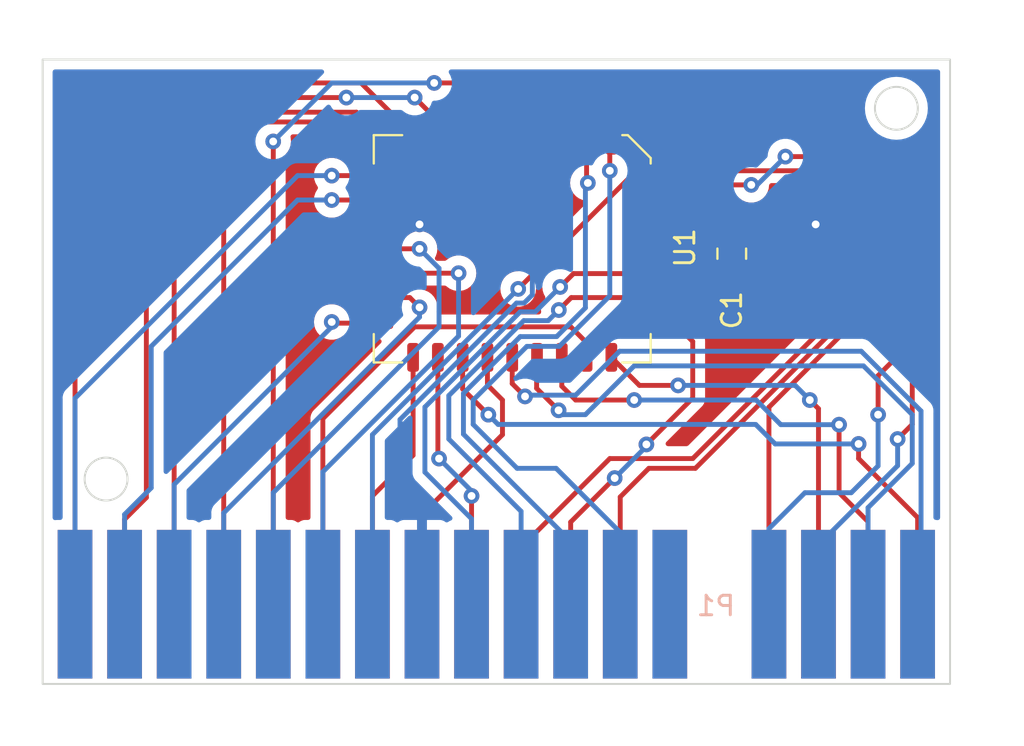
<source format=kicad_pcb>
(kicad_pcb (version 20211014) (generator pcbnew)
  (layers (0 "F.Cu" signal) (31 "B.Cu" signal) (34 "B.Paste" user) (35 "F.Paste" user) (36 "B.SilkS" user "B.Silkscreen") (37 "F.SilkS" user "F.Silkscreen") (38 "B.Mask" user) (39 "F.Mask" user) (44 "Edge.Cuts" user))
  (net 0 "")
  (net 1 "A10")
  (net 2 "A11")
  (net 3 "A8")
  (net 4 "A9")
  (net 5 "PA14")
  (net 6 "A4")
  (net 7 "PA15")
  (net 8 "A5")
  (net 11 "PA18")
  (net 12 "A7")
  (net 13 "PA17")
  (net 14 "A6")
  (net 15 "PA16")
  (net 16 "ROM_WR")
  (net 17 "EP_CE")
  (net 18 "ROM_RD")
  (net 19 "D7")
  (net 20 "A12")
  (net 21 "A13")
  (net 22 "D4")
  (net 23 "A3")
  (net 24 "D3")
  (net 25 "A2")
  (net 26 "D5")
  (net 27 "A1")
  (net 28 "D6")
  (net 29 "A0")
  (net 30 "D2")
  (net 31 "D0")
  (net 32 "D1")
  (net 33 "GND")
  (net 34 "VCC")
  (footprint "Capacitor_SMD:C_0805_2012Metric_Pad1.18x1.45mm_HandSolder" (layer "F.Cu") (at 60.5 34 90)
    (fp_text reference "C1" (at -2.9 0 90) (layer "F.SilkS"))
    (fp_text value "C_Small")
    (fp_line (start -0.261252 -0.735) (end 0.261252 -0.735) (layer "F.SilkS") (width 0.12))
    (fp_line (start -0.261252 0.735) (end 0.261252 0.735) (layer "F.SilkS") (width 0.12))
    (pad "1" smd roundrect (at -1.0375 0 90) (size 1.175 1.45) (layers "F.Cu" "F.Paste" "F.Mask") (roundrect_rratio 0.212766) (net 34 "VCC"))
    (pad "2" smd roundrect (at 1.0375 0 90) (size 1.175 1.45) (layers "F.Cu" "F.Paste" "F.Mask") (roundrect_rratio 0.212766) (net 33 "GND"))
  )
  (footprint "Package_LCC:PLCC-32_11.4x14.0mm_P1.27mm" (layer "F.Cu") (at 49.25 33.75 -90)
    (fp_text reference "U1" (at -0.05 -8.85 90) (layer "F.SilkS"))
    (fp_text value "SST39SF040")
    (fp_line (start 4.37 7.095) (end 5.825 7.095) (layer "F.SilkS") (width 0.12))
    (fp_line (start -5.825 -5.922782) (end -5.825 -5.64) (layer "F.SilkS") (width 0.12))
    (fp_line (start -4.37 -7.095) (end -4.652782 -7.095) (layer "F.SilkS") (width 0.12))
    (fp_line (start -5.825 7.095) (end -5.825 5.64) (layer "F.SilkS") (width 0.12))
    (fp_line (start 4.37 -7.095) (end 5.825 -7.095) (layer "F.SilkS") (width 0.12))
    (fp_line (start 5.825 -7.095) (end 5.825 -5.64) (layer "F.SilkS") (width 0.12))
    (fp_line (start -4.37 7.095) (end -5.825 7.095) (layer "F.SilkS") (width 0.12))
    (fp_line (start -4.652782 -7.095) (end -5.825 -5.922782) (layer "F.SilkS") (width 0.12))
    (fp_line (start 5.825 7.095) (end 5.825 5.64) (layer "F.SilkS") (width 0.12))
    (pad "1" smd roundrect (at 0 -6.8375 270) (size 0.6 1.475) (layers "F.Cu" "F.Paste" "F.Mask") (net 11 "PA18"))
    (pad "2" smd roundrect (at -1.27 -6.8375 270) (size 0.6 1.475) (layers "F.Cu" "F.Paste" "F.Mask") (net 15 "PA16"))
    (pad "3" smd roundrect (at -2.54 -6.8375 270) (size 0.6 1.475) (layers "F.Cu" "F.Paste" "F.Mask") (net 7 "PA15"))
    (pad "4" smd roundrect (at -3.81 -6.8375 270) (size 0.6 1.475) (layers "F.Cu" "F.Paste" "F.Mask") (net 20 "A12"))
    (pad "5" smd roundrect (at -5.5625 -5.08 270) (size 1.475 0.6) (layers "F.Cu" "F.Paste" "F.Mask") (net 12 "A7"))
    (pad "6" smd roundrect (at -5.5625 -3.81 270) (size 1.475 0.6) (layers "F.Cu" "F.Paste" "F.Mask") (net 14 "A6"))
    (pad "7" smd roundrect (at -5.5625 -2.54 270) (size 1.475 0.6) (layers "F.Cu" "F.Paste" "F.Mask") (net 8 "A5"))
    (pad "8" smd roundrect (at -5.5625 -1.27 270) (size 1.475 0.6) (layers "F.Cu" "F.Paste" "F.Mask") (net 6 "A4"))
    (pad "9" smd roundrect (at -5.5625 0 270) (size 1.475 0.6) (layers "F.Cu" "F.Paste" "F.Mask") (net 23 "A3"))
    (pad "10" smd roundrect (at -5.5625 1.27 270) (size 1.475 0.6) (layers "F.Cu" "F.Paste" "F.Mask") (net 25 "A2"))
    (pad "11" smd roundrect (at -5.5625 2.54 270) (size 1.475 0.6) (layers "F.Cu" "F.Paste" "F.Mask") (net 27 "A1"))
    (pad "12" smd roundrect (at -5.5625 3.81 270) (size 1.475 0.6) (layers "F.Cu" "F.Paste" "F.Mask") (net 29 "A0"))
    (pad "13" smd roundrect (at -5.5625 5.08 270) (size 1.475 0.6) (layers "F.Cu" "F.Paste" "F.Mask") (net 31 "D0"))
    (pad "14" smd roundrect (at -3.81 6.8375 270) (size 0.6 1.475) (layers "F.Cu" "F.Paste" "F.Mask") (net 32 "D1"))
    (pad "15" smd roundrect (at -2.54 6.8375 270) (size 0.6 1.475) (layers "F.Cu" "F.Paste" "F.Mask") (net 30 "D2"))
    (pad "16" smd roundrect (at -1.27 6.8375 270) (size 0.6 1.475) (layers "F.Cu" "F.Paste" "F.Mask") (net 33 "GND"))
    (pad "17" smd roundrect (at 0 6.8375 270) (size 0.6 1.475) (layers "F.Cu" "F.Paste" "F.Mask") (net 24 "D3"))
    (pad "18" smd roundrect (at 1.27 6.8375 270) (size 0.6 1.475) (layers "F.Cu" "F.Paste" "F.Mask") (net 22 "D4"))
    (pad "19" smd roundrect (at 2.54 6.8375 270) (size 0.6 1.475) (layers "F.Cu" "F.Paste" "F.Mask") (net 26 "D5"))
    (pad "20" smd roundrect (at 3.81 6.8375 270) (size 0.6 1.475) (layers "F.Cu" "F.Paste" "F.Mask") (net 28 "D6"))
    (pad "21" smd roundrect (at 5.5625 5.08 270) (size 1.475 0.6) (layers "F.Cu" "F.Paste" "F.Mask") (net 19 "D7"))
    (pad "22" smd roundrect (at 5.5625 3.81 270) (size 1.475 0.6) (layers "F.Cu" "F.Paste" "F.Mask") (net 17 "EP_CE"))
    (pad "23" smd roundrect (at 5.5625 2.54 270) (size 1.475 0.6) (layers "F.Cu" "F.Paste" "F.Mask") (net 1 "A10"))
    (pad "24" smd roundrect (at 5.5625 1.27 270) (size 1.475 0.6) (layers "F.Cu" "F.Paste" "F.Mask") (net 18 "ROM_RD"))
    (pad "25" smd roundrect (at 5.5625 0 270) (size 1.475 0.6) (layers "F.Cu" "F.Paste" "F.Mask") (net 2 "A11"))
    (pad "26" smd roundrect (at 5.5625 -1.27 270) (size 1.475 0.6) (layers "F.Cu" "F.Paste" "F.Mask") (net 4 "A9"))
    (pad "27" smd roundrect (at 5.5625 -2.54 270) (size 1.475 0.6) (layers "F.Cu" "F.Paste" "F.Mask") (net 3 "A8"))
    (pad "28" smd roundrect (at 5.5625 -3.81 270) (size 1.475 0.6) (layers "F.Cu" "F.Paste" "F.Mask") (net 21 "A13"))
    (pad "29" smd roundrect (at 5.5625 -5.08 270) (size 1.475 0.6) (layers "F.Cu" "F.Paste" "F.Mask") (net 5 "PA14"))
    (pad "30" smd roundrect (at 3.81 -6.8375 270) (size 0.6 1.475) (layers "F.Cu" "F.Paste" "F.Mask") (net 13 "PA17"))
    (pad "31" smd roundrect (at 2.54 -6.8375 270) (size 0.6 1.475) (layers "F.Cu" "F.Paste" "F.Mask") (net 16 "ROM_WR"))
    (pad "32" smd roundrect (at 1.27 -6.8375 270) (size 0.6 1.475) (layers "F.Cu" "F.Paste" "F.Mask") (net 34 "VCC"))
  )
  (footprint "Common:DAN_CART_BUS" (layer "B.Cu") (at 44.624915 51.965193 180)
    (fp_text reference "P1" (at -15.061481 -0.084807) (layer "B.SilkS") (effects (justify mirror)))
    (fp_text value "DAN_CART_EDGE" hide)
    (pad "1A" connect rect (at -25.4 0 180) (size 1.778 7.62) (layers "F.Cu" "F.Mask") (net 1 "A10"))
    (pad "1B" connect rect (at -25.4 0 180) (size 1.778 7.62) (layers "B.Cu" "B.Mask") (net 2 "A11"))
    (pad "2A" connect rect (at -22.86 0 180) (size 1.778 7.62) (layers "F.Cu" "F.Mask") (net 3 "A8"))
    (pad "2B" connect rect (at -22.86 0 180) (size 1.778 7.62) (layers "B.Cu" "B.Mask") (net 4 "A9"))
    (pad "3A" connect rect (at -20.32 0 180) (size 1.778 7.62) (layers "F.Cu" "F.Mask") (net 5 "PA14"))
    (pad "3B" connect rect (at -20.32 0 180) (size 1.778 7.62) (layers "B.Cu" "B.Mask") (net 6 "A4"))
    (pad "4A" connect rect (at -17.78 0 180) (size 1.778 7.62) (layers "F.Cu" "F.Mask") (net 7 "PA15"))
    (pad "4B" connect rect (at -17.78 0 180) (size 1.778 7.62) (layers "B.Cu" "B.Mask") (net 8 "A5"))
    (pad "6A" connect rect (at -12.7 0 180) (size 1.778 7.62) (layers "F.Cu" "F.Mask"))
    (pad "6B" connect rect (at -12.7 0 180) (size 1.778 7.62) (layers "B.Cu" "B.Mask"))
    (pad "7A" connect rect (at -10.16 0 180) (size 1.778 7.62) (layers "F.Cu" "F.Mask") (net 11 "PA18"))
    (pad "7B" connect rect (at -10.16 0 180) (size 1.778 7.62) (layers "B.Cu" "B.Mask") (net 12 "A7"))
    (pad "8A" connect rect (at -7.62 0 180) (size 1.778 7.62) (layers "F.Cu" "F.Mask") (net 13 "PA17"))
    (pad "8B" connect rect (at -7.62 0 180) (size 1.778 7.62) (layers "B.Cu" "B.Mask") (net 14 "A6"))
    (pad "9A" connect rect (at -5.08 0 180) (size 1.778 7.62) (layers "F.Cu" "F.Mask") (net 15 "PA16"))
    (pad "9B" connect rect (at -5.08 0 180) (size 1.778 7.62) (layers "B.Cu" "B.Mask") (net 16 "ROM_WR"))
    (pad "10A" connect rect (at -2.54 0 180) (size 1.778 7.62) (layers "F.Cu" "F.Mask") (net 17 "EP_CE"))
    (pad "10B" connect rect (at -2.54 0 180) (size 1.778 7.62) (layers "B.Cu" "B.Mask") (net 34 "VCC"))
    (pad "11A" connect rect (at 0 0 180) (size 1.778 7.62) (layers "F.Cu" "F.Mask") (net 18 "ROM_RD"))
    (pad "11B" connect rect (at 0 0 180) (size 1.778 7.62) (layers "B.Cu" "B.Mask") (net 33 "GND"))
    (pad "12A" connect rect (at 2.54 0 180) (size 1.778 7.62) (layers "F.Cu" "F.Mask") (net 19 "D7"))
    (pad "12B" connect rect (at 2.54 0 180) (size 1.778 7.62) (layers "B.Cu" "B.Mask") (net 20 "A12"))
    (pad "13A" connect rect (at 5.08 0 180) (size 1.778 7.62) (layers "F.Cu" "F.Mask") (net 21 "A13"))
    (pad "13B" connect rect (at 5.08 0 180) (size 1.778 7.62) (layers "B.Cu" "B.Mask") (net 22 "D4"))
    (pad "14A" connect rect (at 7.62 0 180) (size 1.778 7.62) (layers "F.Cu" "F.Mask") (net 23 "A3"))
    (pad "14B" connect rect (at 7.62 0 180) (size 1.778 7.62) (layers "B.Cu" "B.Mask") (net 24 "D3"))
    (pad "15A" connect rect (at 10.16 0 180) (size 1.778 7.62) (layers "F.Cu" "F.Mask") (net 25 "A2"))
    (pad "15B" connect rect (at 10.16 0 180) (size 1.778 7.62) (layers "B.Cu" "B.Mask") (net 26 "D5"))
    (pad "16A" connect rect (at 12.7 0 180) (size 1.778 7.62) (layers "F.Cu" "F.Mask") (net 27 "A1"))
    (pad "16B" connect rect (at 12.7 0 180) (size 1.778 7.62) (layers "B.Cu" "B.Mask") (net 28 "D6"))
    (pad "17A" connect rect (at 15.24 0 180) (size 1.778 7.62) (layers "F.Cu" "F.Mask") (net 29 "A0"))
    (pad "17B" connect rect (at 15.24 0 180) (size 1.778 7.62) (layers "B.Cu" "B.Mask") (net 30 "D2"))
    (pad "18A" connect rect (at 17.78 0 180) (size 1.778 7.62) (layers "F.Cu" "F.Mask") (net 31 "D0"))
    (pad "18B" connect rect (at 17.78 0 180) (size 1.778 7.62) (layers "B.Cu" "B.Mask") (net 32 "D1"))
  )
  (gr_circle (center 68.936396 26.55) (end 70.036396 26.55) (layer "Edge.Cuts") (width 0.1) (fill none))
  (gr_circle (center 28.436396 45.55) (end 29.536396 45.55) (layer "Edge.Cuts") (width 0.1) (fill none))
  (gr_rect (start 25.186396 24.05) (end 71.686396 56.05) (layer "Edge.Cuts") (width 0.1) (fill none))
  (segment (start 48.0255 42.25) (end 46.71 40.9345) (width 0.25) (layer "F.Cu") (net 1))
  (segment (start 70.024915 47.524915) (end 70.024915 51.965193) (width 0.25) (layer "F.Cu") (net 1))
  (segment (start 46.71 40.9345) (end 46.71 39.3125) (width 0.25) (layer "F.Cu") (net 1))
  (segment (start 67 43.75) (end 67 44.5) (width 0.25) (layer "F.Cu") (net 1))
  (segment (start 67 44.5) (end 70.024915 47.524915) (width 0.25) (layer "F.Cu") (net 1))
  (via (at 67 43.75) (size 0.8) (drill 0.4) (layers "F.Cu" "B.Cu") (net 1))
  (via (at 48.0255 42.25) (size 0.8) (drill 0.4) (layers "F.Cu" "B.Cu") (net 1))
  (segment (start 48.5255 42.75) (end 48.0255 42.25) (width 0.25) (layer "B.Cu") (net 1))
  (segment (start 62.724695 43.75) (end 61.724695 42.75) (width 0.25) (layer "B.Cu") (net 1))
  (segment (start 67 43.75) (end 62.724695 43.75) (width 0.25) (layer "B.Cu") (net 1))
  (segment (start 61.724695 42.75) (end 48.5255 42.75) (width 0.25) (layer "B.Cu") (net 1))
  (segment (start 49.906187 41.315575) (end 49.25 40.659388) (width 0.25) (layer "F.Cu") (net 2))
  (segment (start 49.25 40.659388) (end 49.25 39.3125) (width 0.25) (layer "F.Cu") (net 2))
  (via (at 49.906187 41.315575) (size 0.8) (drill 0.4) (layers "F.Cu" "B.Cu") (net 2))
  (segment (start 49.971762 41.25) (end 52.5 41.25) (width 0.25) (layer "B.Cu") (net 2))
  (segment (start 67.136396 39) (end 70.2 42.063604) (width 0.25) (layer "B.Cu") (net 2))
  (segment (start 70.2 42.063604) (end 70.2 51.790108) (width 0.25) (layer "B.Cu") (net 2))
  (segment (start 70.2 51.790108) (end 70.024915 51.965193) (width 0.25) (layer "B.Cu") (net 2))
  (segment (start 54.75 39) (end 67.136396 39) (width 0.25) (layer "B.Cu") (net 2))
  (segment (start 52.5 41.25) (end 54.75 39) (width 0.25) (layer "B.Cu") (net 2))
  (segment (start 49.906187 41.315575) (end 49.971762 41.25) (width 0.25) (layer "B.Cu") (net 2))
  (segment (start 51.79 40.79) (end 51.79 39.3125) (width 0.25) (layer "F.Cu") (net 3))
  (segment (start 66 42.762299) (end 66 46.25) (width 0.25) (layer "F.Cu") (net 3))
  (segment (start 55.5 41.5) (end 52.5 41.5) (width 0.25) (layer "F.Cu") (net 3))
  (segment (start 52.5 41.5) (end 51.79 40.79) (width 0.25) (layer "F.Cu") (net 3))
  (segment (start 66 46.25) (end 67.484915 47.734915) (width 0.25) (layer "F.Cu") (net 3))
  (segment (start 67.484915 47.734915) (end 67.484915 51.965193) (width 0.25) (layer "F.Cu") (net 3))
  (via (at 55.5 41.5) (size 0.8) (drill 0.4) (layers "F.Cu" "B.Cu") (net 3))
  (via (at 66 42.762299) (size 0.8) (drill 0.4) (layers "F.Cu" "B.Cu") (net 3))
  (segment (start 63.012299 42.762299) (end 61.75 41.5) (width 0.25) (layer "B.Cu") (net 3))
  (segment (start 61.75 41.5) (end 55.5 41.5) (width 0.25) (layer "B.Cu") (net 3))
  (segment (start 66 42.762299) (end 63.012299 42.762299) (width 0.25) (layer "B.Cu") (net 3))
  (segment (start 51.625 42.0255) (end 50.5 40.9005) (width 0.25) (layer "F.Cu") (net 4))
  (segment (start 50.5 40.9005) (end 50.5 39.3325) (width 0.25) (layer "F.Cu") (net 4))
  (segment (start 50.5 39.3325) (end 50.52 39.3125) (width 0.25) (layer "F.Cu") (net 4))
  (via (at 51.625 42.0255) (size 0.8) (drill 0.4) (layers "F.Cu" "B.Cu") (net 4))
  (segment (start 67.484915 47.015085) (end 67.484915 51.965193) (width 0.25) (layer "B.Cu") (net 4))
  (segment (start 53 42.25) (end 55.5 39.75) (width 0.25) (layer "B.Cu") (net 4))
  (segment (start 69.75 44.75) (end 67.484915 47.015085) (width 0.25) (layer "B.Cu") (net 4))
  (segment (start 55.5 39.75) (end 67.25 39.75) (width 0.25) (layer "B.Cu") (net 4))
  (segment (start 51.8495 42.25) (end 53 42.25) (width 0.25) (layer "B.Cu") (net 4))
  (segment (start 67.25 39.75) (end 69.75 42.25) (width 0.25) (layer "B.Cu") (net 4))
  (segment (start 51.625 42.0255) (end 51.8495 42.25) (width 0.25) (layer "B.Cu") (net 4))
  (segment (start 69.75 42.25) (end 69.75 44.75) (width 0.25) (layer "B.Cu") (net 4))
  (segment (start 64.944915 41.944915) (end 64.944915 51.965193) (width 0.25) (layer "F.Cu") (net 5))
  (segment (start 57.75 40.75) (end 55.7675 40.75) (width 0.25) (layer "F.Cu") (net 5))
  (segment (start 55.7675 40.75) (end 54.33 39.3125) (width 0.25) (layer "F.Cu") (net 5))
  (segment (start 64.5 41.5) (end 64.944915 41.944915) (width 0.25) (layer "F.Cu") (net 5))
  (via (at 64.5 41.5) (size 0.8) (drill 0.4) (layers "F.Cu" "B.Cu") (net 5))
  (via (at 57.75 40.75) (size 0.8) (drill 0.4) (layers "F.Cu" "B.Cu") (net 5))
  (segment (start 63.75 40.75) (end 57.75 40.75) (width 0.25) (layer "B.Cu") (net 5))
  (segment (start 64.5 41.5) (end 63.75 40.75) (width 0.25) (layer "B.Cu") (net 5))
  (segment (start 50.52 27.23) (end 50.52 28.1875) (width 0.25) (layer "F.Cu") (net 6))
  (segment (start 51.75 26) (end 50.52 27.23) (width 0.25) (layer "F.Cu") (net 6))
  (segment (start 69.75 31.75) (end 64 26) (width 0.25) (layer "F.Cu") (net 6))
  (segment (start 69.75 42.75) (end 69.75 31.75) (width 0.25) (layer "F.Cu") (net 6))
  (segment (start 64 26) (end 51.75 26) (width 0.25) (layer "F.Cu") (net 6))
  (segment (start 69 43.5) (end 69.75 42.75) (width 0.25) (layer "F.Cu") (net 6))
  (via (at 69 43.5) (size 0.8) (drill 0.4) (layers "F.Cu" "B.Cu") (net 6))
  (segment (start 64.944915 48.918689) (end 67.181802 46.681802) (width 0.25) (layer "B.Cu") (net 6))
  (segment (start 64.944915 51.965193) (end 64.944915 48.918689) (width 0.25) (layer "B.Cu") (net 6))
  (segment (start 67.181802 46.681802) (end 69 44.863604) (width 0.25) (layer "B.Cu") (net 6))
  (segment (start 69 44.863604) (end 69 43.5) (width 0.25) (layer "B.Cu") (net 6))
  (segment (start 68.339244 31.839244) (end 64.25 27.75) (width 0.25) (layer "F.Cu") (net 7))
  (segment (start 60.75 27.75) (end 57.29 31.21) (width 0.25) (layer "F.Cu") (net 7))
  (segment (start 57.29 31.21) (end 56.0875 31.21) (width 0.25) (layer "F.Cu") (net 7))
  (segment (start 62.404915 51.965193) (end 62.404915 41.867877) (width 0.25) (layer "F.Cu") (net 7))
  (segment (start 64.25 27.75) (end 60.75 27.75) (width 0.25) (layer "F.Cu") (net 7))
  (segment (start 62.404915 41.867877) (end 68.339244 35.933548) (width 0.25) (layer "F.Cu") (net 7))
  (segment (start 68.339244 35.933548) (end 68.339244 31.839244) (width 0.25) (layer "F.Cu") (net 7))
  (segment (start 64 26.75) (end 52.25 26.75) (width 0.25) (layer "F.Cu") (net 8))
  (segment (start 69 39.25) (end 69 31.75) (width 0.25) (layer "F.Cu") (net 8))
  (segment (start 68 40.25) (end 69 39.25) (width 0.25) (layer "F.Cu") (net 8))
  (segment (start 51.79 27.21) (end 51.79 28.1875) (width 0.25) (layer "F.Cu") (net 8))
  (segment (start 69 31.75) (end 64 26.75) (width 0.25) (layer "F.Cu") (net 8))
  (segment (start 68 42.25) (end 68 40.25) (width 0.25) (layer "F.Cu") (net 8))
  (segment (start 52.25 26.75) (end 51.79 27.21) (width 0.25) (layer "F.Cu") (net 8))
  (via (at 68 42.25) (size 0.8) (drill 0.4) (layers "F.Cu" "B.Cu") (net 8))
  (segment (start 64.25 46.25) (end 62.404915 48.095085) (width 0.25) (layer "B.Cu") (net 8))
  (segment (start 62.404915 48.095085) (end 62.404915 51.965193) (width 0.25) (layer "B.Cu") (net 8))
  (segment (start 68 44.875) (end 66.625 46.25) (width 0.25) (layer "B.Cu") (net 8))
  (segment (start 68 42.25) (end 68 44.875) (width 0.25) (layer "B.Cu") (net 8))
  (segment (start 66.625 46.25) (end 64.25 46.25) (width 0.25) (layer "B.Cu") (net 8))
  (segment (start 67.75 32) (end 64.7755 29.0255) (width 0.25) (layer "F.Cu") (net 11))
  (segment (start 56.25 45) (end 58.636396 45) (width 0.25) (layer "F.Cu") (net 11))
  (segment (start 64.7755 29.0255) (end 63.25 29.0255) (width 0.25) (layer "F.Cu") (net 11))
  (segment (start 54.784915 51.965193) (end 54.784915 46.465085) (width 0.25) (layer "F.Cu") (net 11))
  (segment (start 54.784915 46.465085) (end 56.25 45) (width 0.25) (layer "F.Cu") (net 11))
  (segment (start 61.5 30.4745) (end 60.0255 30.4745) (width 0.25) (layer "F.Cu") (net 11))
  (segment (start 56.75 33.75) (end 56.0875 33.75) (width 0.25) (layer "F.Cu") (net 11))
  (segment (start 58.636396 45) (end 67.75 35.886396) (width 0.25) (layer "F.Cu") (net 11))
  (segment (start 60.0255 30.4745) (end 56.75 33.75) (width 0.25) (layer "F.Cu") (net 11))
  (segment (start 67.75 35.886396) (end 67.75 32) (width 0.25) (layer "F.Cu") (net 11))
  (via (at 61.5 30.4745) (size 0.8) (drill 0.4) (layers "F.Cu" "B.Cu") (net 11))
  (via (at 63.25 29.0255) (size 0.8) (drill 0.4) (layers "F.Cu" "B.Cu") (net 11))
  (segment (start 61.801 30.4745) (end 63.25 29.0255) (width 0.25) (layer "B.Cu") (net 11))
  (segment (start 61.5 30.4745) (end 61.801 30.4745) (width 0.25) (layer "B.Cu") (net 11))
  (segment (start 54.25 28.2675) (end 54.33 28.1875) (width 0.25) (layer "F.Cu") (net 12))
  (segment (start 54.25 29.75) (end 54.25 28.2675) (width 0.25) (layer "F.Cu") (net 12))
  (via (at 54.25 29.75) (size 0.8) (drill 0.4) (layers "F.Cu" "B.Cu") (net 12))
  (segment (start 50 38.75) (end 51.661701 38.75) (width 0.25) (layer "B.Cu") (net 12))
  (segment (start 54.784915 51.965193) (end 54.784915 48.284915) (width 0.25) (layer "B.Cu") (net 12))
  (segment (start 47.25 42.75) (end 47.25 41.5) (width 0.25) (layer "B.Cu") (net 12))
  (segment (start 49.5 45) (end 47.25 42.75) (width 0.25) (layer "B.Cu") (net 12))
  (segment (start 47.25 41.5) (end 50 38.75) (width 0.25) (layer "B.Cu") (net 12))
  (segment (start 51.5 45) (end 49.5 45) (width 0.25) (layer "B.Cu") (net 12))
  (segment (start 54.784915 48.284915) (end 51.5 45) (width 0.25) (layer "B.Cu") (net 12))
  (segment (start 54.25 36.161701) (end 54.25 29.75) (width 0.25) (layer "B.Cu") (net 12))
  (segment (start 51.661701 38.75) (end 54.25 36.161701) (width 0.25) (layer "B.Cu") (net 12))
  (segment (start 54.5 45.5) (end 52.244915 47.755085) (width 0.25) (layer "F.Cu") (net 13))
  (segment (start 58.5 41.4005) (end 58.5 38.5) (width 0.25) (layer "F.Cu") (net 13))
  (segment (start 58.5 38.5) (end 57.56 37.56) (width 0.25) (layer "F.Cu") (net 13))
  (segment (start 52.244915 47.755085) (end 52.244915 51.965193) (width 0.25) (layer "F.Cu") (net 13))
  (segment (start 57.56 37.56) (end 56.0875 37.56) (width 0.25) (layer "F.Cu") (net 13))
  (segment (start 56.125 43.7755) (end 58.5 41.4005) (width 0.25) (layer "F.Cu") (net 13))
  (via (at 54.5 45.5) (size 0.8) (drill 0.4) (layers "F.Cu" "B.Cu") (net 13))
  (via (at 56.125 43.7755) (size 0.8) (drill 0.4) (layers "F.Cu" "B.Cu") (net 13))
  (segment (start 56.125 43.7755) (end 56.125 43.875) (width 0.25) (layer "B.Cu") (net 13))
  (segment (start 56.125 43.875) (end 54.5 45.5) (width 0.25) (layer "B.Cu") (net 13))
  (segment (start 53.06 30.31) (end 53.06 28.1875) (width 0.25) (layer "F.Cu") (net 14))
  (segment (start 53.125 30.375) (end 53.06 30.31) (width 0.25) (layer "F.Cu") (net 14))
  (via (at 53.125 30.375) (size 0.8) (drill 0.4) (layers "F.Cu" "B.Cu") (net 14))
  (segment (start 53 30.5) (end 53 36.775305) (width 0.25) (layer "B.Cu") (net 14))
  (segment (start 52.244915 48.744915) (end 52.244915 51.965193) (width 0.25) (layer "B.Cu") (net 14))
  (segment (start 53 36.775305) (end 51.525305 38.25) (width 0.25) (layer "B.Cu") (net 14))
  (segment (start 49.659188 38.25) (end 46.75 41.159188) (width 0.25) (layer "B.Cu") (net 14))
  (segment (start 53.125 30.375) (end 53 30.5) (width 0.25) (layer "B.Cu") (net 14))
  (segment (start 46.75 41.159188) (end 46.75 43.25) (width 0.25) (layer "B.Cu") (net 14))
  (segment (start 46.75 43.25) (end 52.244915 48.744915) (width 0.25) (layer "B.Cu") (net 14))
  (segment (start 51.525305 38.25) (end 49.659188 38.25) (width 0.25) (layer "B.Cu") (net 14))
  (segment (start 49.704915 51.965193) (end 49.704915 49.044193) (width 0.25) (layer "F.Cu") (net 15))
  (segment (start 49.704915 49.044193) (end 54.249108 44.5) (width 0.25) (layer "F.Cu") (net 15))
  (segment (start 54.249108 44.5) (end 58.5 44.5) (width 0.25) (layer "F.Cu") (net 15))
  (segment (start 67 36) (end 67 32) (width 0.25) (layer "F.Cu") (net 15))
  (segment (start 64.75 29.75) (end 59.75 29.75) (width 0.25) (layer "F.Cu") (net 15))
  (segment (start 59.75 29.75) (end 57.02 32.48) (width 0.25) (layer "F.Cu") (net 15))
  (segment (start 67 32) (end 64.75 29.75) (width 0.25) (layer "F.Cu") (net 15))
  (segment (start 57.02 32.48) (end 56.0875 32.48) (width 0.25) (layer "F.Cu") (net 15))
  (segment (start 58.5 44.5) (end 67 36) (width 0.25) (layer "F.Cu") (net 15))
  (segment (start 51.637299 36.887299) (end 52.274598 36.25) (width 0.25) (layer "F.Cu") (net 16))
  (segment (start 56.0475 36.25) (end 56.0875 36.29) (width 0.25) (layer "F.Cu") (net 16))
  (segment (start 52.274598 36.25) (end 56.0475 36.25) (width 0.25) (layer "F.Cu") (net 16))
  (via (at 51.637299 36.887299) (size 0.8) (drill 0.4) (layers "F.Cu" "B.Cu") (net 16))
  (segment (start 51.093699 37.430899) (end 49.841893 37.430899) (width 0.25) (layer "B.Cu") (net 16))
  (segment (start 46 41.272792) (end 46 43.5) (width 0.25) (layer "B.Cu") (net 16))
  (segment (start 49.841893 37.430899) (end 46 41.272792) (width 0.25) (layer "B.Cu") (net 16))
  (segment (start 51.637299 36.887299) (end 51.093699 37.430899) (width 0.25) (layer "B.Cu") (net 16))
  (segment (start 49.704915 47.204915) (end 49.704915 51.965193) (width 0.25) (layer "B.Cu") (net 16))
  (segment (start 46 43.5) (end 49.704915 47.204915) (width 0.25) (layer "B.Cu") (net 16))
  (segment (start 47.164915 46.414915) (end 47.164915 51.965193) (width 0.25) (layer "F.Cu") (net 17))
  (segment (start 45.5 44.5) (end 45.44 44.44) (width 0.25) (layer "F.Cu") (net 17))
  (segment (start 45.44 44.44) (end 45.44 39.3125) (width 0.25) (layer "F.Cu") (net 17))
  (via (at 47.164915 46.414915) (size 0.8) (drill 0.4) (layers "F.Cu" "B.Cu") (net 17))
  (via (at 45.5 44.5) (size 0.8) (drill 0.4) (layers "F.Cu" "B.Cu") (net 17))
  (segment (start 47.164915 46.164915) (end 45.5 44.5) (width 0.25) (layer "B.Cu") (net 17))
  (segment (start 47.164915 46.414915) (end 47.164915 46.164915) (width 0.25) (layer "B.Cu") (net 17))
  (segment (start 44.624915 47.375085) (end 48.275 43.725) (width 0.25) (layer "F.Cu") (net 18))
  (segment (start 47.98 40.73) (end 47.98 39.3125) (width 0.25) (layer "F.Cu") (net 18))
  (segment (start 48.75 41.5) (end 47.98 40.73) (width 0.25) (layer "F.Cu") (net 18))
  (segment (start 48.300305 43.725) (end 48.75 43.275305) (width 0.25) (layer "F.Cu") (net 18))
  (segment (start 48.75 43.275305) (end 48.75 41.5) (width 0.25) (layer "F.Cu") (net 18))
  (segment (start 44.624915 51.965193) (end 44.624915 47.375085) (width 0.25) (layer "F.Cu") (net 18))
  (segment (start 42.084915 46.415085) (end 44.17 44.33) (width 0.25) (layer "F.Cu") (net 19))
  (segment (start 42.084915 51.965193) (end 42.084915 46.415085) (width 0.25) (layer "F.Cu") (net 19))
  (segment (start 44.17 44.33) (end 44.17 39.3125) (width 0.25) (layer "F.Cu") (net 19))
  (segment (start 49.555899 35.805899) (end 55.421798 29.94) (width 0.25) (layer "F.Cu") (net 20))
  (segment (start 55.421798 29.94) (end 56.0875 29.94) (width 0.25) (layer "F.Cu") (net 20))
  (via (at 49.555899 35.805899) (size 0.8) (drill 0.4) (layers "F.Cu" "B.Cu") (net 20))
  (segment (start 42.084915 43.276883) (end 42.084915 51.965193) (width 0.25) (layer "B.Cu") (net 20))
  (segment (start 49.555899 35.805899) (end 42.084915 43.276883) (width 0.25) (layer "B.Cu") (net 20))
  (segment (start 52.25 37.75) (end 53.06 38.56) (width 0.25) (layer "F.Cu") (net 21))
  (segment (start 44.25 37.75) (end 52.25 37.75) (width 0.25) (layer "F.Cu") (net 21))
  (segment (start 39.544915 42.455085) (end 44.25 37.75) (width 0.25) (layer "F.Cu") (net 21))
  (segment (start 39.544915 51.965193) (end 39.544915 42.455085) (width 0.25) (layer "F.Cu") (net 21))
  (segment (start 53.06 38.56) (end 53.06 39.3125) (width 0.25) (layer "F.Cu") (net 21))
  (segment (start 46.5 35) (end 42.4325 35) (width 0.25) (layer "F.Cu") (net 22))
  (segment (start 42.4325 35) (end 42.4125 35.02) (width 0.25) (layer "F.Cu") (net 22))
  (via (at 46.5 35) (size 0.8) (drill 0.4) (layers "F.Cu" "B.Cu") (net 22))
  (segment (start 39.544915 45.180487) (end 46.5 38.225402) (width 0.25) (layer "B.Cu") (net 22))
  (segment (start 46.5 38.225402) (end 46.5 35) (width 0.25) (layer "B.Cu") (net 22))
  (segment (start 39.544915 51.965193) (end 39.544915 45.180487) (width 0.25) (layer "B.Cu") (net 22))
  (segment (start 37.004915 51.965193) (end 37.004915 28.254915) (width 0.25) (layer "F.Cu") (net 23))
  (segment (start 49.25 27.5) (end 49.25 28.1875) (width 0.25) (layer "F.Cu") (net 23))
  (segment (start 47 25.25) (end 49.25 27.5) (width 0.25) (layer "F.Cu") (net 23))
  (segment (start 45.25 25.25) (end 47 25.25) (width 0.25) (layer "F.Cu") (net 23))
  (segment (start 37.004915 28.254915) (end 37 28.25) (width 0.25) (layer "F.Cu") (net 23))
  (via (at 37 28.25) (size 0.8) (drill 0.4) (layers "F.Cu" "B.Cu") (net 23))
  (via (at 45.25 25.25) (size 0.8) (drill 0.4) (layers "F.Cu" "B.Cu") (net 23))
  (segment (start 37 28.25) (end 40 25.25) (width 0.25) (layer "B.Cu") (net 23))
  (segment (start 40 25.25) (end 45.25 25.25) (width 0.25) (layer "B.Cu") (net 23))
  (segment (start 44.5 33.75) (end 42.4125 33.75) (width 0.25) (layer "F.Cu") (net 24))
  (via (at 44.5 33.75) (size 0.8) (drill 0.4) (layers "F.Cu" "B.Cu") (net 24))
  (segment (start 37.004915 51.965193) (end 37.004915 46.245085) (width 0.25) (layer "B.Cu") (net 24))
  (segment (start 45.5 34.75) (end 44.5 33.75) (width 0.25) (layer "B.Cu") (net 24))
  (segment (start 37.004915 46.245085) (end 45.5 37.75) (width 0.25) (layer "B.Cu") (net 24))
  (segment (start 45.5 37.75) (end 45.5 34.75) (width 0.25) (layer "B.Cu") (net 24))
  (segment (start 41.131751 27.25) (end 44.081751 30.2) (width 0.25) (layer "F.Cu") (net 25))
  (segment (start 47.98 29.02) (end 47.98 28.1875) (width 0.25) (layer "F.Cu") (net 25))
  (segment (start 34.464915 51.965193) (end 34.464915 27.785085) (width 0.25) (layer "F.Cu") (net 25))
  (segment (start 46.8 30.2) (end 47.98 29.02) (width 0.25) (layer "F.Cu") (net 25))
  (segment (start 44.081751 30.2) (end 46.8 30.2) (width 0.25) (layer "F.Cu") (net 25))
  (segment (start 35 27.25) (end 41.131751 27.25) (width 0.25) (layer "F.Cu") (net 25))
  (segment (start 34.464915 27.785085) (end 35 27.25) (width 0.25) (layer "F.Cu") (net 25))
  (segment (start 44.5 36.75) (end 44 36.25) (width 0.25) (layer "F.Cu") (net 26))
  (segment (start 44 36.25) (end 42.4525 36.25) (width 0.25) (layer "F.Cu") (net 26))
  (segment (start 42.4525 36.25) (end 42.4125 36.29) (width 0.25) (layer "F.Cu") (net 26))
  (via (at 44.5 36.75) (size 0.8) (drill 0.4) (layers "F.Cu" "B.Cu") (net 26))
  (segment (start 44.5 36.75) (end 44.5 37.25) (width 0.25) (layer "B.Cu") (net 26))
  (segment (start 44.5 37.25) (end 34.464915 47.285085) (width 0.25) (layer "B.Cu") (net 26))
  (segment (start 34.464915 47.285085) (end 34.464915 51.965193) (width 0.25) (layer "B.Cu") (net 26))
  (segment (start 31.924915 28.075085) (end 33.25 26.75) (width 0.25) (layer "F.Cu") (net 27))
  (segment (start 44.268147 29.75) (end 45.75 29.75) (width 0.25) (layer "F.Cu") (net 27))
  (segment (start 45.75 29.75) (end 46.71 28.79) (width 0.25) (layer "F.Cu") (net 27))
  (segment (start 41.268147 26.75) (end 44.268147 29.75) (width 0.25) (layer "F.Cu") (net 27))
  (segment (start 33.25 26.75) (end 41.268147 26.75) (width 0.25) (layer "F.Cu") (net 27))
  (segment (start 31.924915 51.965193) (end 31.924915 28.075085) (width 0.25) (layer "F.Cu") (net 27))
  (segment (start 46.71 28.79) (end 46.71 28.1875) (width 0.25) (layer "F.Cu") (net 27))
  (segment (start 40 37.5) (end 40.06 37.56) (width 0.25) (layer "F.Cu") (net 28))
  (segment (start 40.06 37.56) (end 42.4125 37.56) (width 0.25) (layer "F.Cu") (net 28))
  (via (at 40 37.5) (size 0.8) (drill 0.4) (layers "F.Cu" "B.Cu") (net 28))
  (segment (start 40 37.5) (end 40 37.75) (width 0.25) (layer "B.Cu") (net 28))
  (segment (start 31.924915 45.825085) (end 31.924915 51.965193) (width 0.25) (layer "B.Cu") (net 28))
  (segment (start 40 37.75) (end 31.924915 45.825085) (width 0.25) (layer "B.Cu") (net 28))
  (segment (start 45.44 27.19) (end 45.44 28.1875) (width 0.25) (layer "F.Cu") (net 29))
  (segment (start 30 47) (end 30.5 46.5) (width 0.25) (layer "F.Cu") (net 29))
  (segment (start 29.384915 47.615085) (end 30 47) (width 0.25) (layer "F.Cu") (net 29))
  (segment (start 30.5 30) (end 30.5 28) (width 0.25) (layer "F.Cu") (net 29))
  (segment (start 33.25 26) (end 40.75 26) (width 0.25) (layer "F.Cu") (net 29))
  (segment (start 44.25 26) (end 45.44 27.19) (width 0.25) (layer "F.Cu") (net 29))
  (segment (start 30.5 28) (end 32.5 26) (width 0.25) (layer "F.Cu") (net 29))
  (segment (start 32.5 26) (end 33.25 26) (width 0.25) (layer "F.Cu") (net 29))
  (segment (start 29.384915 51.965193) (end 29.384915 47.615085) (width 0.25) (layer "F.Cu") (net 29))
  (segment (start 30.5 46.5) (end 30.5 30) (width 0.25) (layer "F.Cu") (net 29))
  (via (at 40.75 26) (size 0.8) (drill 0.4) (layers "F.Cu" "B.Cu") (net 29))
  (via (at 44.25 26) (size 0.8) (drill 0.4) (layers "F.Cu" "B.Cu") (net 29))
  (segment (start 40.75 26) (end 44.25 26) (width 0.25) (layer "B.Cu") (net 29))
  (segment (start 40 31.25) (end 42.3725 31.25) (width 0.25) (layer "F.Cu") (net 30))
  (segment (start 42.3725 31.25) (end 42.4125 31.21) (width 0.25) (layer "F.Cu") (net 30))
  (via (at 40 31.25) (size 0.8) (drill 0.4) (layers "F.Cu" "B.Cu") (net 30))
  (segment (start 29.384915 47.365085) (end 30.75 46) (width 0.25) (layer "B.Cu") (net 30))
  (segment (start 30.75 46) (end 30.75 38.75) (width 0.25) (layer "B.Cu") (net 30))
  (segment (start 30.75 38.75) (end 38.25 31.25) (width 0.25) (layer "B.Cu") (net 30))
  (segment (start 38.25 31.25) (end 40 31.25) (width 0.25) (layer "B.Cu") (net 30))
  (segment (start 29.384915 51.965193) (end 29.384915 47.365085) (width 0.25) (layer "B.Cu") (net 30))
  (segment (start 44.17 27.92) (end 44.17 28.1875) (width 0.25) (layer "F.Cu") (net 31))
  (segment (start 32.25 25.25) (end 41.5 25.25) (width 0.25) (layer "F.Cu") (net 31))
  (segment (start 26.844915 51.965193) (end 26.844915 30.655085) (width 0.25) (layer "F.Cu") (net 31))
  (segment (start 26.844915 30.655085) (end 32.25 25.25) (width 0.25) (layer "F.Cu") (net 31))
  (segment (start 41.5 25.25) (end 44.17 27.92) (width 0.25) (layer "F.Cu") (net 31))
  (segment (start 42.3525 30) (end 42.4125 29.94) (width 0.25) (layer "F.Cu") (net 32))
  (segment (start 40 30) (end 42.3525 30) (width 0.25) (layer "F.Cu") (net 32))
  (via (at 40 30) (size 0.8) (drill 0.4) (layers "F.Cu" "B.Cu") (net 32))
  (segment (start 26.844915 51.965193) (end 26.844915 41.405085) (width 0.25) (layer "B.Cu") (net 32))
  (segment (start 26.844915 41.405085) (end 38.25 30) (width 0.25) (layer "B.Cu") (net 32))
  (segment (start 38.25 30) (end 40 30) (width 0.25) (layer "B.Cu") (net 32))
  (segment (start 42.4325 32.5) (end 42.4125 32.48) (width 0.25) (layer "F.Cu") (net 33))
  (segment (start 44.5 32.5) (end 42.4325 32.5) (width 0.25) (layer "F.Cu") (net 33))
  (via (at 44.5 32.5) (size 0.8) (drill 0.4) (layers "F.Cu" "B.Cu") (net 33))
  (via (at 64.8 32.5) (size 0.8) (drill 0.4) (layers "F.Cu" "B.Cu") (net 33))
  (segment (start 49.856204 36.530899) (end 50.280899 36.106204) (width 0.25) (layer "B.Cu") (net 33))
  (segment (start 43.5 42.5) (end 49.469101 36.530899) (width 0.25) (layer "B.Cu") (net 33))
  (segment (start 50.280899 36.106204) (end 50.280899 35.030899) (width 0.25) (layer "B.Cu") (net 33))
  (segment (start 44.624915 46.874915) (end 43.5 45.75) (width 0.25) (layer "B.Cu") (net 33))
  (segment (start 50.280899 35.030899) (end 47.75 32.5) (width 0.25) (layer "B.Cu") (net 33))
  (segment (start 44.624915 51.965193) (end 44.624915 46.874915) (width 0.25) (layer "B.Cu") (net 33))
  (segment (start 49.469101 36.530899) (end 49.856204 36.530899) (width 0.25) (layer "B.Cu") (net 33))
  (segment (start 43.5 45.75) (end 43.5 42.5) (width 0.25) (layer "B.Cu") (net 33))
  (segment (start 47.75 32.5) (end 44.5 32.5) (width 0.25) (layer "B.Cu") (net 33))
  (segment (start 58.7125 35.0375) (end 60.5 35.0375) (width 0.25) (layer "F.Cu") (net 34))
  (segment (start 56.0875 35.02) (end 58.695 35.02) (width 0.25) (layer "F.Cu") (net 34))
  (segment (start 51.705497 35.705497) (end 52.390994 35.02) (width 0.25) (layer "F.Cu") (net 34))
  (segment (start 58.695 35.02) (end 58.7125 35.0375) (width 0.25) (layer "F.Cu") (net 34))
  (segment (start 52.390994 35.02) (end 56.0875 35.02) (width 0.25) (layer "F.Cu") (net 34))
  (via (at 51.705497 35.705497) (size 0.8) (drill 0.4) (layers "F.Cu" "B.Cu") (net 34))
  (segment (start 50.430095 36.980899) (end 49.655497 36.980899) (width 0.25) (layer "B.Cu") (net 34))
  (segment (start 44.775 45.19517) (end 47.164915 47.585085) (width 0.25) (layer "B.Cu") (net 34))
  (segment (start 51.705497 35.705497) (end 50.430095 36.980899) (width 0.25) (layer "B.Cu") (net 34))
  (segment (start 44.775 41.861396) (end 44.775 45.19517) (width 0.25) (layer "B.Cu") (net 34))
  (segment (start 49.655497 36.980899) (end 44.775 41.861396) (width 0.25) (layer "B.Cu") (net 34))
  (segment (start 47.164915 47.585085) (end 47.164915 51.965193) (width 0.25) (layer "B.Cu") (net 34))
  (zone (net 33) (net_name "GND") (layers F&B.Cu) (connect_pads (clearance 0.508)) (min_thickness 0.254) (fill yes (thermal_gap 0.508) (thermal_bridge_width 0.508))
    (polygon (pts (xy 74.5 58.5) (xy 23 59.25) (xy 23 22.25) (xy 75.5 21)))
  )
)
</source>
